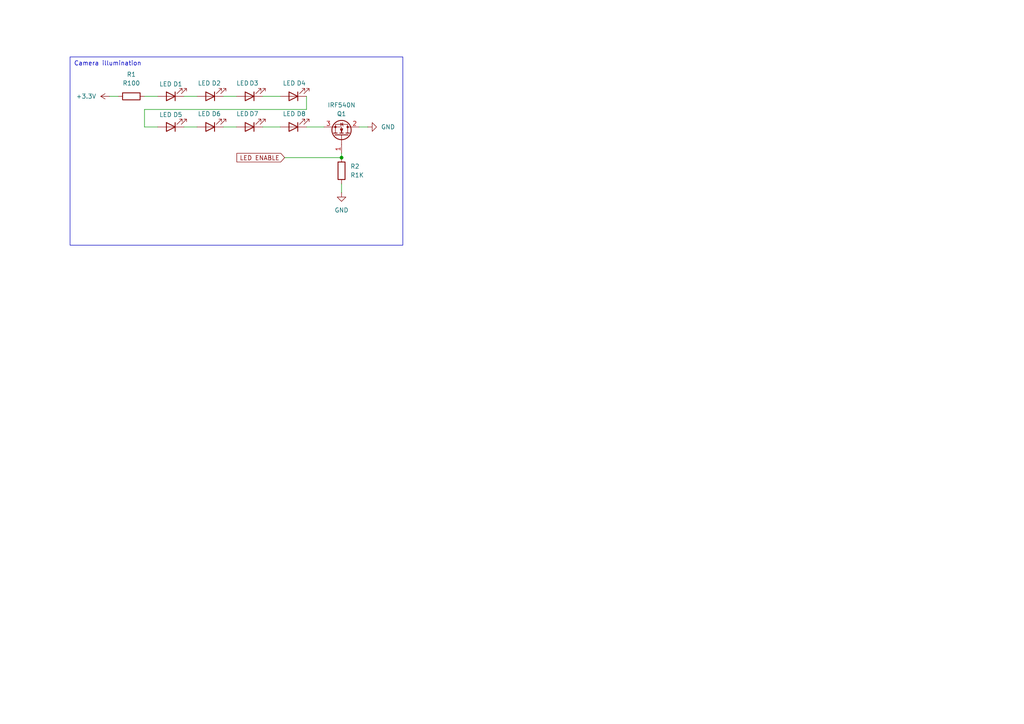
<source format=kicad_sch>
(kicad_sch (version 20250114) (generator "eeschema") (generator_version "9.0")
  (paper "A4")
  (lib_symbols
    (symbol "Device:LED" (pin_numbers (hide yes)) (pin_names (offset 1.016) (hide yes))
      (property "Reference" "D" (at 0 2.54 0))
      (property "Value" "LED" (at 0 -2.54 0))
      (symbol "LED_0_1"
        (polyline (pts (xy -3.048 -0.762) (xy -4.572 -2.286) (xy -3.81 -2.286) (xy -4.572 -2.286) (xy -4.572 -1.524)))
        (polyline (pts (xy -1.778 -0.762) (xy -3.302 -2.286) (xy -2.54 -2.286) (xy -3.302 -2.286) (xy -3.302 -1.524)))
        (polyline (pts (xy -1.27 0) (xy 1.27 0)))
        (polyline (pts (xy -1.27 -1.27) (xy -1.27 1.27)) (stroke (width 0.254)))
        (polyline (pts (xy 1.27 -1.27) (xy 1.27 1.27) (xy -1.27 0) (xy 1.27 -1.27)) (stroke (width 0.254)))
      )
      (symbol "LED_1_1"
        (pin passive line (at -3.81 0 0) (length 2.54) (name "K") (number "1"))
        (pin passive line (at 3.81 0 180) (length 2.54) (name "A") (number "2"))
      )
    )
    (symbol "Device:R" (pin_numbers (hide yes)) (pin_names (offset 0))
      (property "Reference" "R" (at 2.032 0 90))
      (property "Value" "R" (at 0 0 90))
      (symbol "R_0_1"
        (rectangle (start -1.016 -2.54) (end 1.016 2.54) (stroke (width 0.254)))
      )
      (symbol "R_1_1"
        (pin passive line (at 0 3.81 270) (length 1.27) (name "~") (number "1"))
        (pin passive line (at 0 -3.81 90) (length 1.27) (name "~") (number "2"))
      )
    )
    (symbol "Transistor_FET:IRF540N" (pin_names (hide yes))
      (property "Reference" "Q" (at 5.08 1.905 0))
      (property "Value" "IRF540N" (at 5.08 0 0))
      (symbol "IRF540N_0_1"
        (polyline (pts (xy 0.254 1.905) (xy 0.254 -1.905)) (stroke (width 0.254)))
        (polyline (pts (xy 0.254 0) (xy -2.54 0)))
        (polyline (pts (xy 0.762 2.286) (xy 0.762 1.27)) (stroke (width 0.254)))
        (polyline (pts (xy 0.762 0.508) (xy 0.762 -0.508)) (stroke (width 0.254)))
        (polyline (pts (xy 0.762 -1.27) (xy 0.762 -2.286)) (stroke (width 0.254)))
        (polyline (pts (xy 0.762 -1.778) (xy 3.302 -1.778) (xy 3.302 1.778) (xy 0.762 1.778)))
        (polyline (pts (xy 1.016 0) (xy 2.032 0.381) (xy 2.032 -0.381) (xy 1.016 0)) (fill (type outline)))
        (circle (center 1.651 0) (radius 2.794) (stroke (width 0.254)))
        (polyline (pts (xy 2.54 2.54) (xy 2.54 1.778)))
        (circle (center 2.54 1.778) (radius 0.254) (fill (type outline)))
        (circle (center 2.54 -1.778) (radius 0.254) (fill (type outline)))
        (polyline (pts (xy 2.54 -2.54) (xy 2.54 0) (xy 0.762 0)))
        (polyline (pts (xy 2.794 0.508) (xy 2.921 0.381) (xy 3.683 0.381) (xy 3.81 0.254)))
        (polyline (pts (xy 3.302 0.381) (xy 2.921 -0.254) (xy 3.683 -0.254) (xy 3.302 0.381)))
      )
      (symbol "IRF540N_1_1"
        (pin input line (at -5.08 0 0) (length 2.54) (name "G") (number "1"))
        (pin passive line (at 2.54 5.08 270) (length 2.54) (name "D") (number "2"))
        (pin passive line (at 2.54 -5.08 90) (length 2.54) (name "S") (number "3"))
      )
    )
    (symbol "power:+3.3V" (power) (pin_numbers (hide yes)) (pin_names (offset 0) (hide yes))
      (property "Value" "+3.3V" (at 0 3.556 0))
      (symbol "+3.3V_0_1"
        (polyline (pts (xy -0.762 1.27) (xy 0 2.54)))
        (polyline (pts (xy 0 2.54) (xy 0.762 1.27)))
        (polyline (pts (xy 0 0) (xy 0 2.54)))
      )
      (symbol "+3.3V_1_1"
        (pin power_in line (at 0 0 90) (length 0) (name "~") (number "1"))
      )
    )
    (symbol "power:GND" (power) (pin_numbers (hide yes)) (pin_names (offset 0) (hide yes))
      (property "Value" "GND" (at 0 -3.81 0))
      (symbol "GND_0_1"
        (polyline (pts (xy 0 0) (xy 0 -1.27) (xy 1.27 -1.27) (xy 0 -2.54) (xy -1.27 -1.27) (xy 0 -1.27)))
      )
      (symbol "GND_1_1"
        (pin power_in line (at 0 0 270) (length 0) (name "~") (number "1"))
      )
    )
  )
  (rectangle (start 20.32 16.51) (end 116.84 71.12))
  (text "Camera illumination" (at 31.242 18.542 0) (effects (font (size 1.27 1.27))))
  (junction (at 99.06 45.72))
  (wire (pts (xy 93.98 36.83) (xy 88.9 36.83)))
  (wire (pts (xy 31.75 27.94) (xy 34.29 27.94)))
  (wire (pts (xy 41.91 36.83) (xy 45.72 36.83)))
  (wire (pts (xy 99.06 55.88) (xy 99.06 53.34)))
  (wire (pts (xy 41.91 27.94) (xy 45.72 27.94)))
  (wire (pts (xy 53.34 27.94) (xy 57.15 27.94)))
  (wire (pts (xy 82.55 45.72) (xy 99.06 45.72)))
  (wire (pts (xy 64.77 36.83) (xy 68.58 36.83)))
  (wire (pts (xy 41.91 31.75) (xy 41.91 36.83)))
  (wire (pts (xy 53.34 36.83) (xy 57.15 36.83)))
  (wire (pts (xy 88.9 31.75) (xy 41.91 31.75)))
  (wire (pts (xy 99.06 45.72) (xy 99.06 44.45)))
  (wire (pts (xy 76.2 36.83) (xy 81.28 36.83)))
  (wire (pts (xy 104.14 36.83) (xy 106.68 36.83)))
  (wire (pts (xy 88.9 27.94) (xy 88.9 31.75)))
  (wire (pts (xy 76.2 27.94) (xy 81.28 27.94)))
  (wire (pts (xy 64.77 27.94) (xy 68.58 27.94)))
  (global_label "LED ENABLE" (shape input) (at 82.55 45.72 180) (property "Intersheetrefs" "${INTERSHEET_REFS}" (effects (hide yes))))
  (symbol (lib_id "Device:LED") (at 60.96 27.94 180) (unit 1)
    (property "Reference" "D2" (at 62.738 24.13 0))
    (property "Value" "LED" (at 59.182 24.13 0))
    (property "Description" "Light emitting diode" (effects (hide yes)))
    (property "Sim.Pins" "1=K 2=A" (effects (hide yes)))
  )
  (symbol (lib_id "Transistor_FET:IRF540N") (at 99.06 39.37 270) (mirror x) (unit 1)
    (property "Reference" "Q1" (at 99.06 33.02 90))
    (property "Value" "IRF540N" (at 99.06 30.48 90))
    (property "Footprint" "Package_TO_SOT_THT:TO-220-3_Vertical" (effects (hide yes)))
    (property "Datasheet" "http://www.irf.com/product-info/datasheets/data/irf540n.pdf" (effects (hide yes)))
    (property "Description" "33A Id, 100V Vds, HEXFET N-Channel MOSFET, TO-220" (effects (hide yes)))
  )
  (symbol (lib_id "Device:LED") (at 72.39 36.83 180) (unit 1)
    (property "Reference" "D7" (at 73.66 33.02 0))
    (property "Value" "LED" (at 70.358 33.02 0))
    (property "Description" "Light emitting diode" (effects (hide yes)))
    (property "Sim.Pins" "1=K 2=A" (effects (hide yes)))
  )
  (symbol (lib_id "Device:LED") (at 85.09 36.83 180) (unit 1)
    (property "Reference" "D8" (at 87.376 33.02 0))
    (property "Value" "LED" (at 83.82 33.02 0))
    (property "Description" "Light emitting diode" (effects (hide yes)))
    (property "Sim.Pins" "1=K 2=A" (effects (hide yes)))
  )
  (symbol (lib_id "Device:R") (at 38.1 27.94 90) (unit 1)
    (property "Reference" "R1" (at 38.1 21.59 90))
    (property "Value" "R100" (at 38.1 24.13 90))
    (property "Description" "Resistor" (effects (hide yes)))
  )
  (symbol (lib_id "Device:LED") (at 49.53 27.94 180) (unit 1)
    (property "Reference" "D1" (at 51.562 24.384 0))
    (property "Value" "LED" (at 48.006 24.384 0))
    (property "Description" "Light emitting diode" (effects (hide yes)))
    (property "Sim.Pins" "1=K 2=A" (effects (hide yes)))
  )
  (symbol (lib_id "Device:LED") (at 85.09 27.94 180) (unit 1)
    (property "Reference" "D4" (at 87.376 24.13 0))
    (property "Value" "LED" (at 83.82 24.13 0))
    (property "Description" "Light emitting diode" (effects (hide yes)))
    (property "Sim.Pins" "1=K 2=A" (effects (hide yes)))
  )
  (symbol (lib_id "power:+3.3V") (at 31.75 27.94 90) (unit 1)
    (property "Reference" "#PWR02" (effects (hide yes)))
    (property "Value" "+3.3V" (at 27.94 27.9399 90) (effects (justify left)))
    (property "Description" "Power symbol creates a global label with name \"+3.3V\"" (effects (hide yes)))
  )
  (symbol (lib_id "power:GND") (at 106.68 36.83 90) (unit 1)
    (property "Reference" "#PWR01" (effects (hide yes)))
    (property "Value" "GND" (at 110.49 36.8301 90) (effects (justify right)))
    (property "Description" "Power symbol creates a global label with name \"GND\" , ground" (effects (hide yes)))
  )
  (symbol (lib_id "Device:R") (at 99.06 49.53 0) (unit 1)
    (property "Reference" "R2" (at 101.6 48.2599 0) (effects (justify left)))
    (property "Value" "R1K" (at 101.6 50.7999 0) (effects (justify left)))
    (property "Description" "Resistor" (effects (hide yes)))
  )
  (symbol (lib_id "Device:LED") (at 60.96 36.83 180) (unit 1)
    (property "Reference" "D6" (at 62.738 33.02 0))
    (property "Value" "LED" (at 59.182 33.02 0))
    (property "Description" "Light emitting diode" (effects (hide yes)))
    (property "Sim.Pins" "1=K 2=A" (effects (hide yes)))
  )
  (symbol (lib_id "power:GND") (at 99.06 55.88 0) (unit 1)
    (property "Reference" "#PWR07" (effects (hide yes)))
    (property "Value" "GND" (at 99.06 60.96 0))
    (property "Description" "Power symbol creates a global label with name \"GND\" , ground" (effects (hide yes)))
  )
  (symbol (lib_id "Device:LED") (at 49.53 36.83 180) (unit 1)
    (property "Reference" "D5" (at 51.562 33.274 0))
    (property "Value" "LED" (at 48.006 33.274 0))
    (property "Description" "Light emitting diode" (effects (hide yes)))
    (property "Sim.Pins" "1=K 2=A" (effects (hide yes)))
  )
  (symbol (lib_id "Device:LED") (at 72.39 27.94 180) (unit 1)
    (property "Reference" "D3" (at 73.66 24.13 0))
    (property "Value" "LED" (at 70.358 24.13 0))
    (property "Description" "Light emitting diode" (effects (hide yes)))
    (property "Sim.Pins" "1=K 2=A" (effects (hide yes)))
  )
)
</source>
